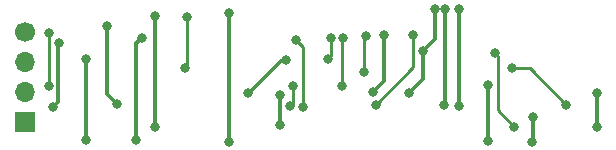
<source format=gbr>
%TF.GenerationSoftware,KiCad,Pcbnew,(5.1.9)-1*%
%TF.CreationDate,2021-03-03T23:02:33-08:00*%
%TF.ProjectId,SSD1326_I2C_breakout,53534431-3332-4365-9f49-32435f627265,0.1b*%
%TF.SameCoordinates,Original*%
%TF.FileFunction,Copper,L1,Top*%
%TF.FilePolarity,Positive*%
%FSLAX46Y46*%
G04 Gerber Fmt 4.6, Leading zero omitted, Abs format (unit mm)*
G04 Created by KiCad (PCBNEW (5.1.9)-1) date 2021-03-03 23:02:33*
%MOMM*%
%LPD*%
G01*
G04 APERTURE LIST*
%TA.AperFunction,ComponentPad*%
%ADD10R,1.700000X1.700000*%
%TD*%
%TA.AperFunction,ComponentPad*%
%ADD11O,1.700000X1.700000*%
%TD*%
%TA.AperFunction,ComponentPad*%
%ADD12C,1.700000*%
%TD*%
%TA.AperFunction,ViaPad*%
%ADD13C,0.800000*%
%TD*%
%TA.AperFunction,Conductor*%
%ADD14C,0.300000*%
%TD*%
%TA.AperFunction,Conductor*%
%ADD15C,0.250000*%
%TD*%
G04 APERTURE END LIST*
D10*
%TO.P,J1,4*%
%TO.N,GND*%
X70110000Y-37900000D03*
D11*
%TO.P,J1,3*%
%TO.N,+5V*%
X70110000Y-35360000D03*
%TO.P,J1,2*%
%TO.N,SCL*%
X70110000Y-32820000D03*
D12*
%TO.P,J1,1*%
%TO.N,SDA*%
X70110000Y-30280000D03*
%TD*%
D13*
%TO.N,GND*%
X75310002Y-39489998D03*
X80010000Y-30790000D03*
X79510000Y-39490000D03*
X75310000Y-32590000D03*
X87410000Y-28690000D03*
X87410004Y-39610000D03*
X109310000Y-39590000D03*
X109300000Y-34800000D03*
X113150000Y-37500000D03*
X113100000Y-39600000D03*
%TO.N,+12V*%
X105610000Y-36490000D03*
X102610000Y-35490010D03*
X103809996Y-31890000D03*
X104810000Y-28340012D03*
X105710000Y-28340024D03*
X106900000Y-36600000D03*
X106889990Y-28346838D03*
%TO.N,+5V*%
X72510000Y-36690000D03*
X73010000Y-31290000D03*
X118550000Y-38350000D03*
X118550004Y-35500000D03*
%TO.N,Net-(C9-Pad1)*%
X93705614Y-36685614D03*
X93110000Y-30990000D03*
%TO.N,+3V3*%
X81110000Y-28990000D03*
X77110000Y-29790000D03*
X91710000Y-38190000D03*
X99610000Y-35390000D03*
X77910000Y-36390000D03*
X91710000Y-35689998D03*
X100509992Y-30590000D03*
X81110000Y-38389996D03*
%TO.N,Net-(D1-Pad2)*%
X111350000Y-33400000D03*
X115949894Y-36500000D03*
%TO.N,SCL*%
X92610000Y-36590000D03*
X92810000Y-34915021D03*
X97010000Y-34915021D03*
X97022657Y-30802663D03*
%TO.N,SDA*%
X72203857Y-30376177D03*
X72160000Y-34890000D03*
X89010000Y-35490000D03*
X95810000Y-32590001D03*
X96010000Y-30790000D03*
X92210000Y-32689999D03*
%TO.N,Net-(R3-Pad1)*%
X99810000Y-36490000D03*
X103010000Y-30590000D03*
%TO.N,RES#*%
X83810000Y-29090000D03*
X83710000Y-33390000D03*
X98869071Y-33740010D03*
X99009999Y-30640007D03*
%TO.N,Net-(C2-Pad2)*%
X109900002Y-32100000D03*
X111550000Y-38350000D03*
%TD*%
D14*
%TO.N,GND*%
X79510000Y-31290000D02*
X79510000Y-39490000D01*
X80010000Y-30790000D02*
X79510000Y-31290000D01*
X75310002Y-32590002D02*
X75310000Y-32590000D01*
X75310002Y-39489998D02*
X75310002Y-32590002D01*
X87410000Y-28690000D02*
X87410000Y-39609996D01*
X87410000Y-39609996D02*
X87410004Y-39610000D01*
X109300000Y-39580000D02*
X109310000Y-39590000D01*
X109300000Y-34800000D02*
X109300000Y-39580000D01*
X113150000Y-37500000D02*
X113150000Y-39550000D01*
X113150000Y-39550000D02*
X113100000Y-39600000D01*
%TO.N,+12V*%
X103809996Y-34290014D02*
X103809996Y-31890000D01*
X102610000Y-35490010D02*
X103809996Y-34290014D01*
X104810000Y-30889996D02*
X104810000Y-28340012D01*
X103809996Y-31890000D02*
X104810000Y-30889996D01*
X105710000Y-36390000D02*
X105710000Y-28340024D01*
X105610000Y-36490000D02*
X105710000Y-36390000D01*
X106900000Y-28356848D02*
X106889990Y-28346838D01*
X106900000Y-36600000D02*
X106900000Y-28356848D01*
%TO.N,+5V*%
X72910000Y-31390000D02*
X73010000Y-31290000D01*
X72910000Y-36290000D02*
X72910000Y-31390000D01*
X72510000Y-36690000D02*
X72910000Y-36290000D01*
X118550000Y-38350000D02*
X118550000Y-35500004D01*
X118550000Y-35500004D02*
X118550004Y-35500000D01*
D15*
%TO.N,Net-(C9-Pad1)*%
X93710000Y-31590000D02*
X93110000Y-30990000D01*
X93710000Y-36681228D02*
X93710000Y-31590000D01*
X93705614Y-36685614D02*
X93710000Y-36681228D01*
D14*
%TO.N,+3V3*%
X77110000Y-29790000D02*
X77110000Y-31990000D01*
X77110000Y-35590000D02*
X77910000Y-36390000D01*
X77110000Y-31990000D02*
X77110000Y-35590000D01*
X91710000Y-38190000D02*
X91710000Y-35689998D01*
X99610000Y-35390000D02*
X100509992Y-34490008D01*
X100509992Y-34490008D02*
X100509992Y-30590000D01*
X81110000Y-28990000D02*
X81110000Y-38389996D01*
D15*
%TO.N,Net-(D1-Pad2)*%
X111350000Y-33400000D02*
X112849894Y-33400000D01*
X112849894Y-33400000D02*
X115949894Y-36500000D01*
%TO.N,SCL*%
X97010000Y-34915021D02*
X97010000Y-30815320D01*
X97010000Y-30815320D02*
X97022657Y-30802663D01*
X92810000Y-36390000D02*
X92810000Y-34915021D01*
X92610000Y-36590000D02*
X92810000Y-36390000D01*
%TO.N,SDA*%
X72203857Y-34846143D02*
X72160000Y-34890000D01*
X72203857Y-30376177D02*
X72203857Y-34846143D01*
X96010000Y-32390001D02*
X96010000Y-30790000D01*
X95810000Y-32590001D02*
X96010000Y-32390001D01*
X91810001Y-32689999D02*
X92210000Y-32689999D01*
X89010000Y-35490000D02*
X91810001Y-32689999D01*
%TO.N,Net-(R3-Pad1)*%
X99810000Y-36490000D02*
X102984998Y-33315002D01*
X102984998Y-30615002D02*
X103010000Y-30590000D01*
X102984998Y-33315002D02*
X102984998Y-30615002D01*
%TO.N,RES#*%
X83810000Y-29090000D02*
X83810000Y-33290000D01*
X83810000Y-33290000D02*
X83710000Y-33390000D01*
X98869071Y-33740010D02*
X98869071Y-30780935D01*
X98869071Y-30780935D02*
X99009999Y-30640007D01*
%TO.N,Net-(C2-Pad2)*%
X110015685Y-32100000D02*
X109900002Y-32100000D01*
X110150000Y-36950000D02*
X110150000Y-32349998D01*
X110150000Y-32349998D02*
X109900002Y-32100000D01*
X111550000Y-38350000D02*
X110150000Y-36950000D01*
%TD*%
M02*

</source>
